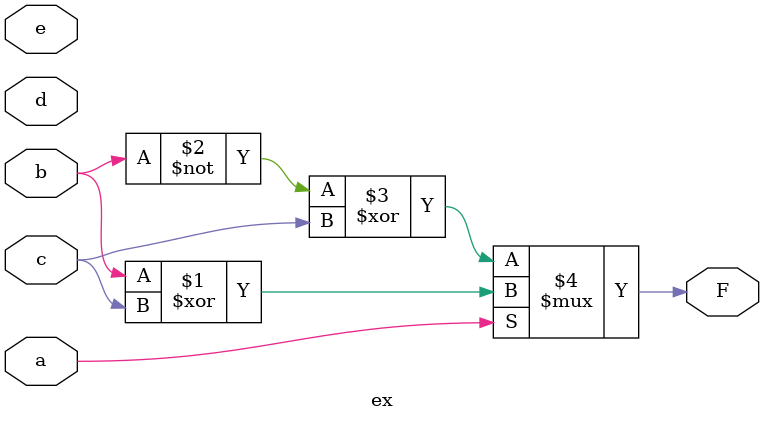
<source format=v>

module ex ( 
    a, b, c, d, e,
    F  );
  input  a, b, c, d, e;
  output F;
  assign F = a ? (b ^ c) : (~b ^ c);
endmodule



</source>
